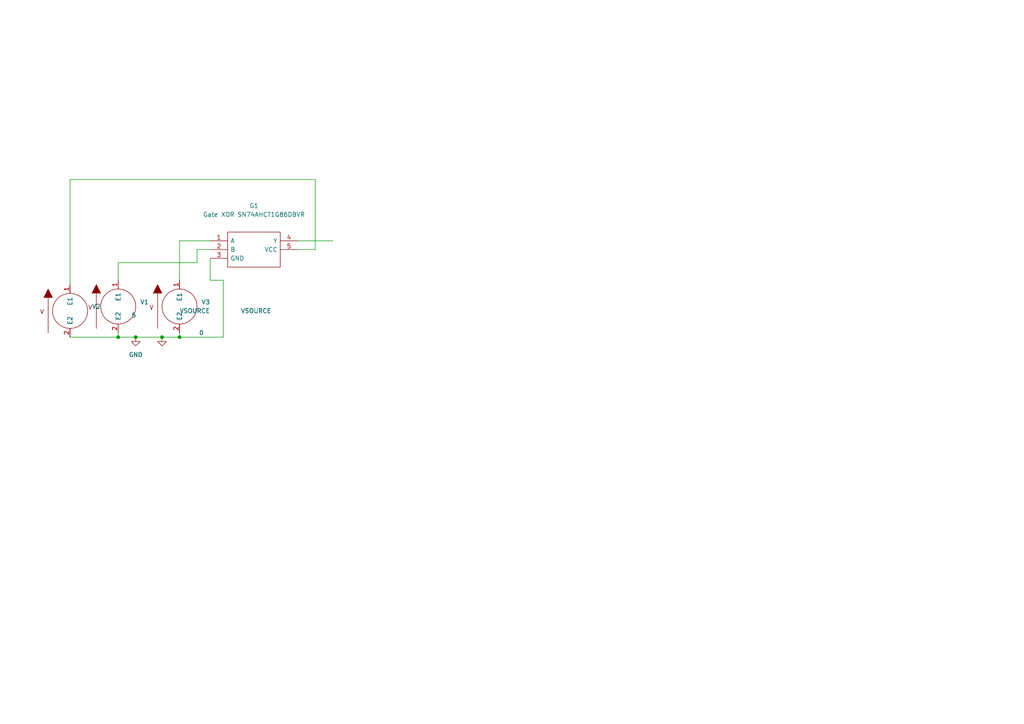
<source format=kicad_sch>
(kicad_sch (version 20211123) (generator eeschema)
  (paper "A4")
  (lib_symbols
    (symbol "EPSA_lib:Gate XOR SN74AHCT1G86DBVR" (pin_names (offset 0.762))
      (property "Reference" "G" (at 31.75 7.62 0))
      (property "Value" "Gate XOR SN74AHCT1G86DBVR" (at 31.75 5.08 0))
      (property "Spice_Lib_File" "${EPSA}\\SpiceModel\\XOR_SN74AHCT1G86.lib" (at 31.75 12.7 0))
      (symbol "Gate XOR SN74AHCT1G86DBVR_0_0"
        (pin passive line (at 0 0 0) (length 5.08) (name "A") (number "1"))
        (pin passive line (at 0 -2.54 0) (length 5.08) (name "B") (number "2"))
        (pin passive line (at 0 -5.08 0) (length 5.08) (name "GND") (number "3"))
        (pin passive line (at 25.4 0 180) (length 5.08) (name "Y") (number "4"))
        (pin passive line (at 25.4 -2.54 180) (length 5.08) (name "VCC") (number "5"))
      )
      (symbol "Gate XOR SN74AHCT1G86DBVR_0_1"
        (polyline (pts (xy 5.08 2.54) (xy 20.32 2.54) (xy 20.32 -7.62) (xy 5.08 -7.62) (xy 5.08 2.54)) (stroke (width 0.1524)))
      )
    )
    (symbol "power:GND" (power) (pin_names (offset 0))
      (property "Value" "GND" (at 0 -3.81 0))
      (symbol "GND_0_1"
        (polyline (pts (xy 0 0) (xy 0 -1.27) (xy 1.27 -1.27) (xy 0 -2.54) (xy -1.27 -1.27) (xy 0 -1.27)))
      )
      (symbol "GND_1_1"
        (pin power_in line (at 0 0 270) (length 0) hide (name "GND") (number "1"))
      )
    )
    (symbol "pspice:0" (power) (pin_names (offset 0))
      (property "Value" "0" (at 0 -1.778 0))
      (symbol "0_0_1"
        (polyline (pts (xy -1.27 0) (xy 0 -1.27) (xy 1.27 0) (xy -1.27 0)))
      )
      (symbol "0_1_1"
        (pin power_in line (at 0 0 0) (length 0) hide (name "0") (number "1"))
      )
    )
    (symbol "pspice:VSOURCE" (pin_names (offset 1.016))
      (property "Reference" "V" (at -6.35 7.62 0))
      (property "Value" "VSOURCE" (at 0 0 0))
      (symbol "VSOURCE_0_1"
        (polyline (pts (xy -6.35 -6.35) (xy -6.35 3.81)) (fill (type outline)))
        (polyline (pts (xy -7.62 3.81) (xy -6.35 6.35) (xy -5.08 3.81)) (fill (type outline)))
        (circle (center 0 0) (radius 5.08))
        (text "V" (at -8.128 -0.254 0) (effects (font (size 1.27 1.27))))
      )
      (symbol "VSOURCE_1_1"
        (pin input line (at 0 7.62 270) (length 2.54) (name "E1") (number "1"))
        (pin input line (at 0 -7.62 90) (length 2.54) (name "E2") (number "2"))
      )
    )
  )
  (junction (at 46.99 97.79))
  (junction (at 52.07 97.79))
  (junction (at 34.29 97.79))
  (junction (at 39.37 97.79))
  (wire (pts (xy 34.29 96.52) (xy 34.29 97.79)))
  (wire (pts (xy 46.99 97.79) (xy 52.07 97.79)))
  (wire (pts (xy 46.99 97.79) (xy 46.99 99.06)))
  (wire (pts (xy 52.07 81.28) (xy 52.07 69.85)))
  (wire (pts (xy 20.32 97.79) (xy 34.29 97.79)))
  (wire (pts (xy 34.29 97.79) (xy 39.37 97.79)))
  (wire (pts (xy 57.15 72.39) (xy 60.96 72.39)))
  (wire (pts (xy 34.29 76.2) (xy 34.29 81.28)))
  (wire (pts (xy 60.96 74.93) (xy 60.96 81.28)))
  (wire (pts (xy 52.07 69.85) (xy 60.96 69.85)))
  (wire (pts (xy 60.96 81.28) (xy 64.77 81.28)))
  (wire (pts (xy 86.36 69.85) (xy 96.52 69.85)))
  (wire (pts (xy 52.07 96.52) (xy 52.07 97.79)))
  (wire (pts (xy 91.44 72.39) (xy 91.44 52.07)))
  (wire (pts (xy 39.37 97.79) (xy 46.99 97.79)))
  (wire (pts (xy 20.32 82.55) (xy 20.32 52.07)))
  (wire (pts (xy 86.36 72.39) (xy 91.44 72.39)))
  (wire (pts (xy 52.07 97.79) (xy 64.77 97.79)))
  (wire (pts (xy 20.32 52.07) (xy 91.44 52.07)))
  (wire (pts (xy 57.15 76.2) (xy 57.15 72.39)))
  (wire (pts (xy 64.77 97.79) (xy 64.77 81.28)))
  (wire (pts (xy 34.29 76.2) (xy 57.15 76.2)))
  (symbol (lib_id "pspice:VSOURCE") (at 20.32 90.17 0) (unit 1)
    (property "Reference" "V2" (at 26.67 88.8999 0) (effects (justify left)))
    (property "Value" "VSOURCE" (at 38.1 91.4399 0) (effects (justify left)))
    (property "Spice_Primitive" "V" (effects hide))
    (property "Spice_Model" "dc 5" (effects hide))
    (property "Spice_Netlist_Enabled" "Y" (effects hide))
  )
  (symbol (lib_id "pspice:VSOURCE") (at 52.07 88.9 0) (unit 1)
    (property "Reference" "V3" (at 58.42 87.6299 0) (effects (justify left)))
    (property "Value" "VSOURCE" (at 69.85 90.1699 0) (effects (justify left)))
    (property "Spice_Primitive" "V" (effects hide))
    (property "Spice_Model" "dc 5 pulse(0 5 1 100m 100m 2 4)" (effects hide))
    (property "Spice_Netlist_Enabled" "Y" (effects hide))
  )
  (symbol (lib_id "pspice:0") (at 46.99 99.06 0) (unit 1)
    (property "Reference" "#GND01" (effects hide))
    (property "Value" "0" (at 58.42 96.52 0))
  )
  (symbol (lib_id "pspice:VSOURCE") (at 34.29 88.9 0) (unit 1)
    (property "Reference" "V1" (at 40.64 87.6299 0) (effects (justify left)))
    (property "Value" "VSOURCE" (at 52.07 90.1699 0) (effects (justify left)))
    (property "Spice_Primitive" "V" (effects hide))
    (property "Spice_Model" "dc 5 pulse(0 5 2 100m 100m 2 4)" (effects hide))
    (property "Spice_Netlist_Enabled" "Y" (effects hide))
  )
  (symbol (lib_id "EPSA_lib:Gate XOR SN74AHCT1G86DBVR") (at 60.96 69.85 0) (unit 1)
    (property "Reference" "G1" (at 73.66 59.69 0))
    (property "Value" "Gate XOR SN74AHCT1G86DBVR" (at 73.66 62.23 0))
    (property "Footprint" "SOT95P280X145-5N" (effects hide))
    (property "Datasheet" "http://www.ti.com/lit/gpn/sn74ahct1g86" (effects hide))
    (property "Description" "TEXAS INSTRUMENTS - SN74AHCT1G86DBVR - IC, SINGLE XOR GATE, 2I/P, SOT-23-5,REEL" (effects hide))
    (property "Height" "1.45" (effects hide))
    (property "Manufacturer_Name" "Texas Instruments" (effects hide))
    (property "Manufacturer_Part_Number" "SN74AHCT1G86DBVR" (effects hide))
    (property "Mouser Part Number" "595-SN74AHCT1G86DBVR" (effects hide))
    (property "Mouser Price/Stock" "https://www.mouser.co.uk/ProductDetail/Texas-Instruments/SN74AHCT1G86DBVR?qs=mTHRaKC2c7PDlak%2Fu%252BIXNw%3D%3D" (effects hide))
    (property "Arrow Part Number" "SN74AHCT1G86DBVR" (effects hide))
    (property "Arrow Price/Stock" "https://www.arrow.com/en/products/sn74ahct1g86dbvr/texas-instruments" (effects hide))
    (property "Spice_Primitive" "X" (effects hide))
    (property "Spice_Model" "SN74AHCT1G86" (effects hide))
    (property "Spice_Netlist_Enabled" "Y" (effects hide))
    (property "Spice_Node_Sequence" "4,1,2,5,3" (effects hide))
    (property "Spice_Lib_File" "${EPSA}\\SpiceModel\\XOR_SN74AHCT1G86.lib" (at 73.66 64.77 0))
  )
  (symbol (lib_id "power:GND") (at 39.37 97.79 0) (unit 1)
    (property "Reference" "#PWR01" (effects hide))
    (property "Value" "GND" (at 39.37 102.87 0))
  )
)
</source>
